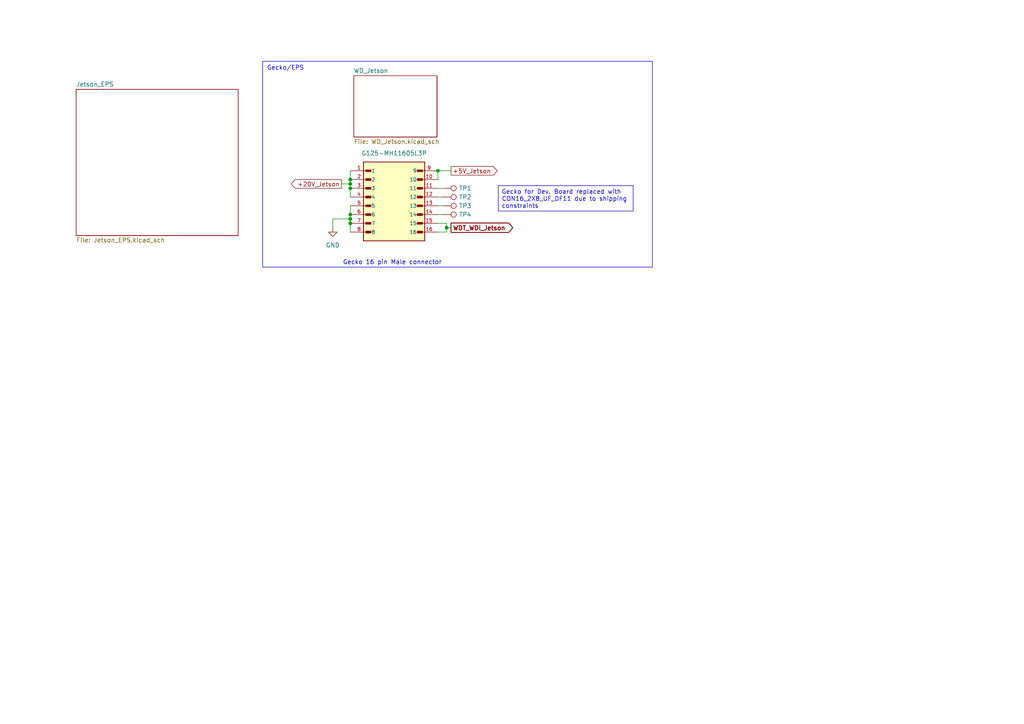
<source format=kicad_sch>
(kicad_sch (version 20250114) (generator "eeschema") (generator_version "9.0")
  (paper "A4")
  (lib_symbols
    (symbol "16 Pin Gecko Male Connector:G125-MH11605L3P" (pin_names (offset 1.016))
      (property "Reference" "J" (at -9.39 12.7 0))
      (property "Value" "G125-MH11605L3P" (at -8.89 -12.7 0))
      (symbol "G125-MH11605L3P_0_0"
        (rectangle (start -8.89 -10.16) (end 8.89 12.7) (stroke (width 0.254)) (fill (type background)))
        (rectangle (start -8.255 9.8425) (end -6.6675 10.4775) (stroke (width 0.1)) (fill (type outline)))
        (rectangle (start -8.255 7.3025) (end -6.6675 7.9375) (stroke (width 0.1)) (fill (type outline)))
        (rectangle (start -8.255 4.7625) (end -6.6675 5.3975) (stroke (width 0.1)) (fill (type outline)))
        (rectangle (start -8.255 2.2225) (end -6.6675 2.8575) (stroke (width 0.1)) (fill (type outline)))
        (rectangle (start -8.255 -0.3175) (end -6.6675 0.3175) (stroke (width 0.1)) (fill (type outline)))
        (rectangle (start -8.255 -2.8575) (end -6.6675 -2.2225) (stroke (width 0.1)) (fill (type outline)))
        (rectangle (start -8.255 -5.3975) (end -6.6675 -4.7625) (stroke (width 0.1)) (fill (type outline)))
        (rectangle (start -8.255 -7.9375) (end -6.6675 -7.3025) (stroke (width 0.1)) (fill (type outline)))
        (rectangle (start 8.255 9.8425) (end 6.6675 10.4775) (stroke (width 0.1)) (fill (type outline)))
        (rectangle (start 8.255 7.3025) (end 6.6675 7.9375) (stroke (width 0.1)) (fill (type outline)))
        (rectangle (start 8.255 4.7625) (end 6.6675 5.3975) (stroke (width 0.1)) (fill (type outline)))
        (rectangle (start 8.255 2.2225) (end 6.6675 2.8575) (stroke (width 0.1)) (fill (type outline)))
        (rectangle (start 8.255 -0.3175) (end 6.6675 0.3175) (stroke (width 0.1)) (fill (type outline)))
        (rectangle (start 8.255 -2.8575) (end 6.6675 -2.2225) (stroke (width 0.1)) (fill (type outline)))
        (rectangle (start 8.255 -5.3975) (end 6.6675 -4.7625) (stroke (width 0.1)) (fill (type outline)))
        (rectangle (start 8.255 -7.9375) (end 6.6675 -7.3025) (stroke (width 0.1)) (fill (type outline)))
        (pin passive line (at -12.7 10.16 0) (length 5.08) (name "1") (number "1"))
        (pin passive line (at -12.7 7.62 0) (length 5.08) (name "2") (number "2"))
        (pin passive line (at -12.7 5.08 0) (length 5.08) (name "3") (number "3"))
        (pin passive line (at -12.7 2.54 0) (length 5.08) (name "4") (number "4"))
        (pin passive line (at -12.7 0 0) (length 5.08) (name "5") (number "5"))
        (pin passive line (at -12.7 -2.54 0) (length 5.08) (name "6") (number "6"))
        (pin passive line (at -12.7 -5.08 0) (length 5.08) (name "7") (number "7"))
        (pin passive line (at -12.7 -7.62 0) (length 5.08) (name "8") (number "8"))
        (pin passive line (at 12.7 10.16 180) (length 5.08) (name "9") (number "9"))
        (pin passive line (at 12.7 7.62 180) (length 5.08) (name "10") (number "10"))
        (pin passive line (at 12.7 5.08 180) (length 5.08) (name "11") (number "11"))
        (pin passive line (at 12.7 2.54 180) (length 5.08) (name "12") (number "12"))
        (pin passive line (at 12.7 0 180) (length 5.08) (name "13") (number "13"))
        (pin passive line (at 12.7 -2.54 180) (length 5.08) (name "14") (number "14"))
        (pin passive line (at 12.7 -5.08 180) (length 5.08) (name "15") (number "15"))
        (pin passive line (at 12.7 -7.62 180) (length 5.08) (name "16") (number "16"))
      )
    )
    (symbol "Connector:TestPoint" (pin_numbers (hide yes)) (pin_names (offset 0.762) (hide yes))
      (property "Reference" "TP" (at 0 6.858 0))
      (property "Value" "TestPoint" (at 0 5.08 0))
      (symbol "TestPoint_0_1"
        (circle (center 0 3.302) (radius 0.762))
      )
      (symbol "TestPoint_1_1"
        (pin passive line (at 0 0 90) (length 2.54) (name "1") (number "1"))
      )
    )
    (symbol "power:GND" (power) (pin_numbers (hide yes)) (pin_names (offset 0) (hide yes))
      (property "Value" "GND" (at 0 -3.81 0))
      (symbol "GND_0_1"
        (polyline (pts (xy 0 0) (xy 0 -1.27) (xy 1.27 -1.27) (xy 0 -2.54) (xy -1.27 -1.27) (xy 0 -1.27)))
      )
      (symbol "GND_1_1"
        (pin power_in line (at 0 0 270) (length 0) (name "~") (number "1"))
      )
    )
  )
  (rectangle (start 76.2 17.78) (end 189.23 77.47))
  (text "Gecko 16 pin Male connector" (at 113.792 76.2 0) (effects (font (size 1.27 1.27))))
  (text "Gecko/EPS" (at 82.804 19.812 0) (effects (font (size 1.27 1.27))))
  (text_box "Gecko for Dev. Board replaced with CON16_2X8_UF_DF11 due to shipping constraints" (at 144.526 53.848 0) (size 39.116 7.366) (margins 0.9525 0.9525 0.9525 0.9525) (effects (font (size 1.27 1.27)) (justify left top)))
  (junction (at 101.6 54.61))
  (junction (at 101.6 52.07))
  (junction (at 129.54 66.04))
  (junction (at 101.6 64.77))
  (junction (at 101.6 63.5))
  (junction (at 127 49.53))
  (junction (at 101.6 62.23))
  (junction (at 101.6 53.34))
  (wire (pts (xy 101.6 63.5) (xy 101.6 64.77)))
  (wire (pts (xy 101.6 54.61) (xy 101.6 57.15)))
  (wire (pts (xy 101.6 59.69) (xy 101.6 62.23)))
  (wire (pts (xy 127 62.23) (xy 128.27 62.23)))
  (wire (pts (xy 101.6 52.07) (xy 101.6 53.34)))
  (wire (pts (xy 129.54 66.04) (xy 130.81 66.04)))
  (wire (pts (xy 127 59.69) (xy 128.27 59.69)))
  (wire (pts (xy 127 49.53) (xy 130.81 49.53)))
  (wire (pts (xy 127 57.15) (xy 128.27 57.15)))
  (wire (pts (xy 127 54.61) (xy 128.27 54.61)))
  (wire (pts (xy 101.6 64.77) (xy 101.6 67.31)))
  (wire (pts (xy 129.54 67.31) (xy 127 67.31)))
  (wire (pts (xy 129.54 66.04) (xy 129.54 67.31)))
  (wire (pts (xy 101.6 53.34) (xy 101.6 54.61)))
  (wire (pts (xy 127 49.53) (xy 127 52.07)))
  (wire (pts (xy 101.6 62.23) (xy 101.6 63.5)))
  (wire (pts (xy 99.06 53.34) (xy 101.6 53.34)))
  (wire (pts (xy 96.52 63.5) (xy 96.52 66.04)))
  (wire (pts (xy 129.54 64.77) (xy 129.54 66.04)))
  (wire (pts (xy 96.52 63.5) (xy 101.6 63.5)))
  (wire (pts (xy 127 64.77) (xy 129.54 64.77)))
  (wire (pts (xy 101.6 49.53) (xy 101.6 52.07)))
  (global_label "WDT_WDI_Jetson" (shape output) (at 130.81 66.04 0) (effects (font (thickness 0.254) (bold yes))) (property "Intersheetrefs" "${INTERSHEET_REFS}" (effects (hide yes))))
  (global_label "+20V_Jetson" (shape output) (at 99.06 53.34 180) (property "Intersheetrefs" "${INTERSHEET_REFS}" (effects (hide yes))))
  (global_label "+5V_Jetson" (shape output) (at 130.81 49.53 0) (property "Intersheetrefs" "${INTERSHEET_REFS}" (effects (hide yes))))
  (symbol (lib_id "16 Pin Gecko Male Connector:G125-MH11605L3P") (at 114.3 59.69 0) (unit 1)
    (property "Reference" "J6" (effects (hide yes)))
    (property "Value" "G125-MH11605L3P" (at 114.3 44.45 0))
    (property "Footprint" "RevC Footprints:CON16_2X8_UF_DF11" (effects (hide yes)))
    (property "MANUFACTURER" "HARWIN" (effects (hide yes)))
  )
  (symbol (lib_id "Connector:TestPoint") (at 128.27 62.23 270) (unit 1)
    (property "Reference" "TP4" (at 133.096 62.23 90) (effects (justify left)))
    (property "Value" "TestPoint" (effects (hide yes)))
    (property "Footprint" "TestPoint:TestPoint_Pad_1.0x1.0mm" (effects (hide yes)))
    (property "Description" "test point" (effects (hide yes)))
  )
  (symbol (lib_id "Connector:TestPoint") (at 128.27 57.15 270) (unit 1)
    (property "Reference" "TP2" (at 133.096 57.15 90) (effects (justify left)))
    (property "Value" "TestPoint" (effects (hide yes)))
    (property "Footprint" "TestPoint:TestPoint_Pad_1.0x1.0mm" (effects (hide yes)))
    (property "Description" "test point" (effects (hide yes)))
  )
  (symbol (lib_id "Connector:TestPoint") (at 128.27 59.69 270) (unit 1)
    (property "Reference" "TP3" (at 133.096 59.69 90) (effects (justify left)))
    (property "Value" "TestPoint" (effects (hide yes)))
    (property "Footprint" "TestPoint:TestPoint_Pad_1.0x1.0mm" (effects (hide yes)))
    (property "Description" "test point" (effects (hide yes)))
  )
  (symbol (lib_id "power:GND") (at 96.52 66.04 0) (unit 1)
    (property "Reference" "#PWR03" (effects (hide yes)))
    (property "Value" "GND" (at 96.52 71.12 0))
    (property "Description" "Power symbol creates a global label with name \"GND\" , ground" (effects (hide yes)))
  )
  (symbol (lib_id "Connector:TestPoint") (at 128.27 54.61 270) (unit 1)
    (property "Reference" "TP1" (at 133.096 54.61 90) (effects (justify left)))
    (property "Value" "TestPoint" (effects (hide yes)))
    (property "Footprint" "TestPoint:TestPoint_Pad_1.0x1.0mm" (effects (hide yes)))
    (property "Description" "test point" (effects (hide yes)))
  )
  (sheet (at 22.098 25.908) (size 46.99 42.418) (stroke (width 0.1524))
    (property "Sheetname" "Jetson_EPS" (at 22.098 25.1964 0) (effects (justify left bottom)))
    (property "Sheetfile" "Jetson_EPS.kicad_sch" (at 22.098 68.9106 0) (effects (justify left top)))
  )
  (sheet (at 102.616 21.971) (size 24.13 17.78) (stroke (width 0.1524))
    (property "Sheetname" "WD_Jetson" (at 102.616 21.2594 0) (effects (justify left bottom)))
    (property "Sheetfile" "WD_Jetson.kicad_sch" (at 102.616 40.3356 0) (effects (justify left top)))
  )
)
</source>
